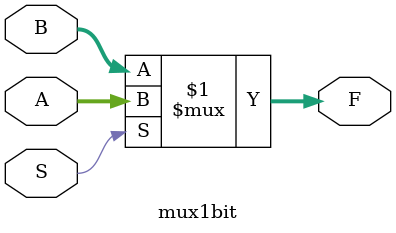
<source format=v>
`timescale 1ns / 1ps



module mux1bit#(parameter n = 5)(
input [n-1:0]A,
    input [n-1:0]B,
    input S,
    output [n-1:0] F
    );
    
    assign F = (S)?A:B;
endmodule





</source>
